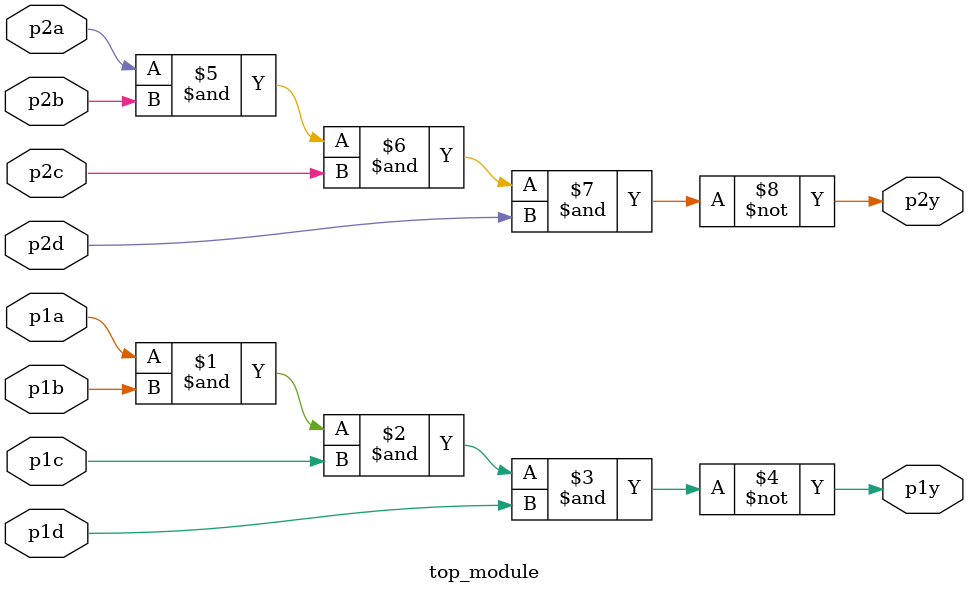
<source format=sv>
module top_module(
    input p1a, 
    input p1b, 
    input p1c, 
    input p1d, 
    output p1y, 
    input p2a, 
    input p2b, 
    input p2c, 
    input p2d, 
    output p2y
);

    // 4-input NAND gate for port 1
    assign p1y = ~(p1a & p1b & p1c & p1d);

    // 4-input NAND gate for port 2  
    assign p2y = ~(p2a & p2b & p2c & p2d);

endmodule

</source>
